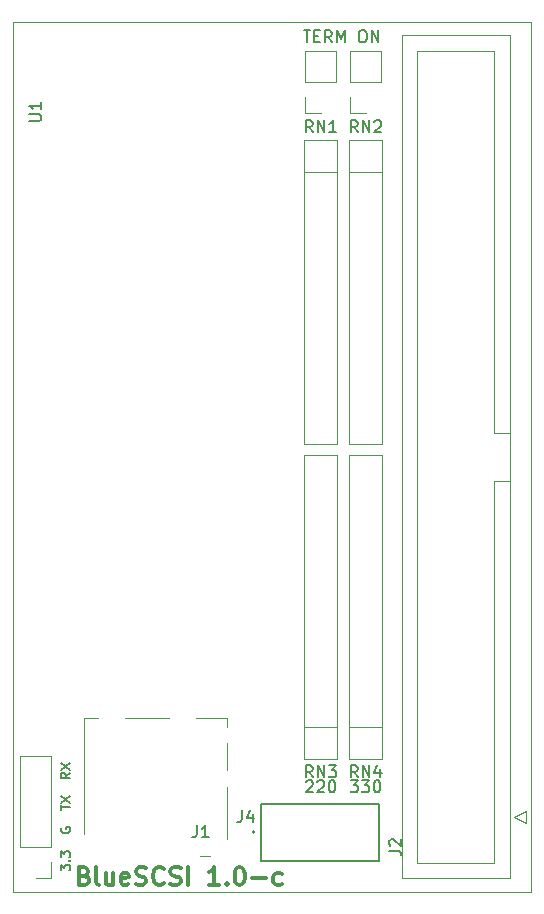
<source format=gbr>
%TF.GenerationSoftware,KiCad,Pcbnew,(5.1.6-0-10_14)*%
%TF.CreationDate,2021-03-30T09:56:54-05:00*%
%TF.ProjectId,bluepill_scsi,626c7565-7069-46c6-9c5f-736373692e6b,rev?*%
%TF.SameCoordinates,Original*%
%TF.FileFunction,Legend,Top*%
%TF.FilePolarity,Positive*%
%FSLAX46Y46*%
G04 Gerber Fmt 4.6, Leading zero omitted, Abs format (unit mm)*
G04 Created by KiCad (PCBNEW (5.1.6-0-10_14)) date 2021-03-30 09:56:54*
%MOMM*%
%LPD*%
G01*
G04 APERTURE LIST*
%TA.AperFunction,Profile*%
%ADD10C,0.050000*%
%TD*%
%ADD11C,0.150000*%
%ADD12C,0.300000*%
%ADD13C,0.120000*%
%ADD14C,0.127000*%
%ADD15C,0.200000*%
G04 APERTURE END LIST*
D10*
X71755000Y-149225000D02*
X71120000Y-149225000D01*
X71120000Y-147955000D02*
X71120000Y-149225000D01*
X114935000Y-149225000D02*
X71755000Y-149225000D01*
X114935000Y-147955000D02*
X114935000Y-149225000D01*
D11*
X75126904Y-147408333D02*
X75126904Y-146913095D01*
X75431666Y-147179761D01*
X75431666Y-147065476D01*
X75469761Y-146989285D01*
X75507857Y-146951190D01*
X75584047Y-146913095D01*
X75774523Y-146913095D01*
X75850714Y-146951190D01*
X75888809Y-146989285D01*
X75926904Y-147065476D01*
X75926904Y-147294047D01*
X75888809Y-147370238D01*
X75850714Y-147408333D01*
X75850714Y-146570238D02*
X75888809Y-146532142D01*
X75926904Y-146570238D01*
X75888809Y-146608333D01*
X75850714Y-146570238D01*
X75926904Y-146570238D01*
X75126904Y-146265476D02*
X75126904Y-145770238D01*
X75431666Y-146036904D01*
X75431666Y-145922619D01*
X75469761Y-145846428D01*
X75507857Y-145808333D01*
X75584047Y-145770238D01*
X75774523Y-145770238D01*
X75850714Y-145808333D01*
X75888809Y-145846428D01*
X75926904Y-145922619D01*
X75926904Y-146151190D01*
X75888809Y-146227380D01*
X75850714Y-146265476D01*
X75165000Y-143789285D02*
X75126904Y-143865476D01*
X75126904Y-143979761D01*
X75165000Y-144094047D01*
X75241190Y-144170238D01*
X75317380Y-144208333D01*
X75469761Y-144246428D01*
X75584047Y-144246428D01*
X75736428Y-144208333D01*
X75812619Y-144170238D01*
X75888809Y-144094047D01*
X75926904Y-143979761D01*
X75926904Y-143903571D01*
X75888809Y-143789285D01*
X75850714Y-143751190D01*
X75584047Y-143751190D01*
X75584047Y-143903571D01*
X75126904Y-142303571D02*
X75126904Y-141846428D01*
X75926904Y-142075000D02*
X75126904Y-142075000D01*
X75126904Y-141655952D02*
X75926904Y-141122619D01*
X75126904Y-141122619D02*
X75926904Y-141655952D01*
X75926904Y-139141666D02*
X75545952Y-139408333D01*
X75926904Y-139598809D02*
X75126904Y-139598809D01*
X75126904Y-139294047D01*
X75165000Y-139217857D01*
X75203095Y-139179761D01*
X75279285Y-139141666D01*
X75393571Y-139141666D01*
X75469761Y-139179761D01*
X75507857Y-139217857D01*
X75545952Y-139294047D01*
X75545952Y-139598809D01*
X75126904Y-138875000D02*
X75926904Y-138341666D01*
X75126904Y-138341666D02*
X75926904Y-138875000D01*
X99679285Y-139787380D02*
X100298333Y-139787380D01*
X99965000Y-140168333D01*
X100107857Y-140168333D01*
X100203095Y-140215952D01*
X100250714Y-140263571D01*
X100298333Y-140358809D01*
X100298333Y-140596904D01*
X100250714Y-140692142D01*
X100203095Y-140739761D01*
X100107857Y-140787380D01*
X99822142Y-140787380D01*
X99726904Y-140739761D01*
X99679285Y-140692142D01*
X100631666Y-139787380D02*
X101250714Y-139787380D01*
X100917380Y-140168333D01*
X101060238Y-140168333D01*
X101155476Y-140215952D01*
X101203095Y-140263571D01*
X101250714Y-140358809D01*
X101250714Y-140596904D01*
X101203095Y-140692142D01*
X101155476Y-140739761D01*
X101060238Y-140787380D01*
X100774523Y-140787380D01*
X100679285Y-140739761D01*
X100631666Y-140692142D01*
X101869761Y-139787380D02*
X101965000Y-139787380D01*
X102060238Y-139835000D01*
X102107857Y-139882619D01*
X102155476Y-139977857D01*
X102203095Y-140168333D01*
X102203095Y-140406428D01*
X102155476Y-140596904D01*
X102107857Y-140692142D01*
X102060238Y-140739761D01*
X101965000Y-140787380D01*
X101869761Y-140787380D01*
X101774523Y-140739761D01*
X101726904Y-140692142D01*
X101679285Y-140596904D01*
X101631666Y-140406428D01*
X101631666Y-140168333D01*
X101679285Y-139977857D01*
X101726904Y-139882619D01*
X101774523Y-139835000D01*
X101869761Y-139787380D01*
X95916904Y-139882619D02*
X95964523Y-139835000D01*
X96059761Y-139787380D01*
X96297857Y-139787380D01*
X96393095Y-139835000D01*
X96440714Y-139882619D01*
X96488333Y-139977857D01*
X96488333Y-140073095D01*
X96440714Y-140215952D01*
X95869285Y-140787380D01*
X96488333Y-140787380D01*
X96869285Y-139882619D02*
X96916904Y-139835000D01*
X97012142Y-139787380D01*
X97250238Y-139787380D01*
X97345476Y-139835000D01*
X97393095Y-139882619D01*
X97440714Y-139977857D01*
X97440714Y-140073095D01*
X97393095Y-140215952D01*
X96821666Y-140787380D01*
X97440714Y-140787380D01*
X98059761Y-139787380D02*
X98155000Y-139787380D01*
X98250238Y-139835000D01*
X98297857Y-139882619D01*
X98345476Y-139977857D01*
X98393095Y-140168333D01*
X98393095Y-140406428D01*
X98345476Y-140596904D01*
X98297857Y-140692142D01*
X98250238Y-140739761D01*
X98155000Y-140787380D01*
X98059761Y-140787380D01*
X97964523Y-140739761D01*
X97916904Y-140692142D01*
X97869285Y-140596904D01*
X97821666Y-140406428D01*
X97821666Y-140168333D01*
X97869285Y-139977857D01*
X97916904Y-139882619D01*
X97964523Y-139835000D01*
X98059761Y-139787380D01*
X95694904Y-76287380D02*
X96266333Y-76287380D01*
X95980619Y-77287380D02*
X95980619Y-76287380D01*
X96599666Y-76763571D02*
X96933000Y-76763571D01*
X97075857Y-77287380D02*
X96599666Y-77287380D01*
X96599666Y-76287380D01*
X97075857Y-76287380D01*
X98075857Y-77287380D02*
X97742523Y-76811190D01*
X97504428Y-77287380D02*
X97504428Y-76287380D01*
X97885380Y-76287380D01*
X97980619Y-76335000D01*
X98028238Y-76382619D01*
X98075857Y-76477857D01*
X98075857Y-76620714D01*
X98028238Y-76715952D01*
X97980619Y-76763571D01*
X97885380Y-76811190D01*
X97504428Y-76811190D01*
X98504428Y-77287380D02*
X98504428Y-76287380D01*
X98837761Y-77001666D01*
X99171095Y-76287380D01*
X99171095Y-77287380D01*
X100599666Y-76287380D02*
X100790142Y-76287380D01*
X100885380Y-76335000D01*
X100980619Y-76430238D01*
X101028238Y-76620714D01*
X101028238Y-76954047D01*
X100980619Y-77144523D01*
X100885380Y-77239761D01*
X100790142Y-77287380D01*
X100599666Y-77287380D01*
X100504428Y-77239761D01*
X100409190Y-77144523D01*
X100361571Y-76954047D01*
X100361571Y-76620714D01*
X100409190Y-76430238D01*
X100504428Y-76335000D01*
X100599666Y-76287380D01*
X101456809Y-77287380D02*
X101456809Y-76287380D01*
X102028238Y-77287380D01*
X102028238Y-76287380D01*
D10*
X114935000Y-75565000D02*
X71120000Y-75565000D01*
X114935000Y-147955000D02*
X114935000Y-75565000D01*
X71120000Y-147955000D02*
X71120000Y-75565000D01*
D12*
X77145571Y-147847857D02*
X77359857Y-147919285D01*
X77431285Y-147990714D01*
X77502714Y-148133571D01*
X77502714Y-148347857D01*
X77431285Y-148490714D01*
X77359857Y-148562142D01*
X77217000Y-148633571D01*
X76645571Y-148633571D01*
X76645571Y-147133571D01*
X77145571Y-147133571D01*
X77288428Y-147205000D01*
X77359857Y-147276428D01*
X77431285Y-147419285D01*
X77431285Y-147562142D01*
X77359857Y-147705000D01*
X77288428Y-147776428D01*
X77145571Y-147847857D01*
X76645571Y-147847857D01*
X78359857Y-148633571D02*
X78217000Y-148562142D01*
X78145571Y-148419285D01*
X78145571Y-147133571D01*
X79574142Y-147633571D02*
X79574142Y-148633571D01*
X78931285Y-147633571D02*
X78931285Y-148419285D01*
X79002714Y-148562142D01*
X79145571Y-148633571D01*
X79359857Y-148633571D01*
X79502714Y-148562142D01*
X79574142Y-148490714D01*
X80859857Y-148562142D02*
X80717000Y-148633571D01*
X80431285Y-148633571D01*
X80288428Y-148562142D01*
X80217000Y-148419285D01*
X80217000Y-147847857D01*
X80288428Y-147705000D01*
X80431285Y-147633571D01*
X80717000Y-147633571D01*
X80859857Y-147705000D01*
X80931285Y-147847857D01*
X80931285Y-147990714D01*
X80217000Y-148133571D01*
X81502714Y-148562142D02*
X81717000Y-148633571D01*
X82074142Y-148633571D01*
X82217000Y-148562142D01*
X82288428Y-148490714D01*
X82359857Y-148347857D01*
X82359857Y-148205000D01*
X82288428Y-148062142D01*
X82217000Y-147990714D01*
X82074142Y-147919285D01*
X81788428Y-147847857D01*
X81645571Y-147776428D01*
X81574142Y-147705000D01*
X81502714Y-147562142D01*
X81502714Y-147419285D01*
X81574142Y-147276428D01*
X81645571Y-147205000D01*
X81788428Y-147133571D01*
X82145571Y-147133571D01*
X82359857Y-147205000D01*
X83859857Y-148490714D02*
X83788428Y-148562142D01*
X83574142Y-148633571D01*
X83431285Y-148633571D01*
X83217000Y-148562142D01*
X83074142Y-148419285D01*
X83002714Y-148276428D01*
X82931285Y-147990714D01*
X82931285Y-147776428D01*
X83002714Y-147490714D01*
X83074142Y-147347857D01*
X83217000Y-147205000D01*
X83431285Y-147133571D01*
X83574142Y-147133571D01*
X83788428Y-147205000D01*
X83859857Y-147276428D01*
X84431285Y-148562142D02*
X84645571Y-148633571D01*
X85002714Y-148633571D01*
X85145571Y-148562142D01*
X85217000Y-148490714D01*
X85288428Y-148347857D01*
X85288428Y-148205000D01*
X85217000Y-148062142D01*
X85145571Y-147990714D01*
X85002714Y-147919285D01*
X84717000Y-147847857D01*
X84574142Y-147776428D01*
X84502714Y-147705000D01*
X84431285Y-147562142D01*
X84431285Y-147419285D01*
X84502714Y-147276428D01*
X84574142Y-147205000D01*
X84717000Y-147133571D01*
X85074142Y-147133571D01*
X85288428Y-147205000D01*
X85931285Y-148633571D02*
X85931285Y-147133571D01*
X88574142Y-148633571D02*
X87717000Y-148633571D01*
X88145571Y-148633571D02*
X88145571Y-147133571D01*
X88002714Y-147347857D01*
X87859857Y-147490714D01*
X87717000Y-147562142D01*
X89217000Y-148490714D02*
X89288428Y-148562142D01*
X89217000Y-148633571D01*
X89145571Y-148562142D01*
X89217000Y-148490714D01*
X89217000Y-148633571D01*
X90217000Y-147133571D02*
X90359857Y-147133571D01*
X90502714Y-147205000D01*
X90574142Y-147276428D01*
X90645571Y-147419285D01*
X90717000Y-147705000D01*
X90717000Y-148062142D01*
X90645571Y-148347857D01*
X90574142Y-148490714D01*
X90502714Y-148562142D01*
X90359857Y-148633571D01*
X90217000Y-148633571D01*
X90074142Y-148562142D01*
X90002714Y-148490714D01*
X89931285Y-148347857D01*
X89859857Y-148062142D01*
X89859857Y-147705000D01*
X89931285Y-147419285D01*
X90002714Y-147276428D01*
X90074142Y-147205000D01*
X90217000Y-147133571D01*
X91359857Y-148062142D02*
X92502714Y-148062142D01*
X93859857Y-148562142D02*
X93717000Y-148633571D01*
X93431285Y-148633571D01*
X93288428Y-148562142D01*
X93217000Y-148490714D01*
X93145571Y-148347857D01*
X93145571Y-147919285D01*
X93217000Y-147776428D01*
X93288428Y-147705000D01*
X93431285Y-147633571D01*
X93717000Y-147633571D01*
X93859857Y-147705000D01*
D13*
%TO.C,J2*%
X114535000Y-142375000D02*
X113535000Y-142875000D01*
X114535000Y-143375000D02*
X114535000Y-142375000D01*
X113535000Y-142875000D02*
X114535000Y-143375000D01*
X111835000Y-110345000D02*
X113145000Y-110345000D01*
X111835000Y-110345000D02*
X111835000Y-110345000D01*
X111835000Y-78005000D02*
X111835000Y-110345000D01*
X105335000Y-78005000D02*
X111835000Y-78005000D01*
X105335000Y-146785000D02*
X105335000Y-78005000D01*
X111835000Y-146785000D02*
X105335000Y-146785000D01*
X111835000Y-114445000D02*
X111835000Y-146785000D01*
X113145000Y-114445000D02*
X111835000Y-114445000D01*
X113145000Y-76705000D02*
X113145000Y-148085000D01*
X104025000Y-76705000D02*
X113145000Y-76705000D01*
X104025000Y-148085000D02*
X104025000Y-76705000D01*
X113145000Y-148085000D02*
X104025000Y-148085000D01*
%TO.C,J1*%
X89255000Y-144785000D02*
X89255000Y-140335000D01*
X89255000Y-138935000D02*
X89255000Y-136635000D01*
X89255000Y-135235000D02*
X89255000Y-134515000D01*
X89255000Y-134515000D02*
X86575000Y-134515000D01*
X84275000Y-134515000D02*
X80605000Y-134515000D01*
X78305000Y-134515000D02*
X77075000Y-134515000D01*
X77075000Y-134515000D02*
X77075000Y-144335000D01*
X87775000Y-146155000D02*
X86915000Y-146155000D01*
%TO.C,JP1*%
X102295000Y-80645000D02*
X99635000Y-80645000D01*
X102295000Y-80645000D02*
X102295000Y-78045000D01*
X102295000Y-78045000D02*
X99635000Y-78045000D01*
X99635000Y-80645000D02*
X99635000Y-78045000D01*
X99635000Y-83245000D02*
X99635000Y-81915000D01*
X100965000Y-83245000D02*
X99635000Y-83245000D01*
%TO.C,JP2*%
X97155000Y-83245000D02*
X95825000Y-83245000D01*
X95825000Y-83245000D02*
X95825000Y-81915000D01*
X95825000Y-80645000D02*
X95825000Y-78045000D01*
X98485000Y-78045000D02*
X95825000Y-78045000D01*
X98485000Y-80645000D02*
X98485000Y-78045000D01*
X98485000Y-80645000D02*
X95825000Y-80645000D01*
%TO.C,RN1*%
X98555000Y-88265000D02*
X95755000Y-88265000D01*
X98555000Y-111295000D02*
X98555000Y-85555000D01*
X95755000Y-111295000D02*
X98555000Y-111295000D01*
X95755000Y-85555000D02*
X95755000Y-111295000D01*
X98555000Y-85555000D02*
X95755000Y-85555000D01*
%TO.C,RN2*%
X102365000Y-88265000D02*
X99565000Y-88265000D01*
X102365000Y-111295000D02*
X102365000Y-85555000D01*
X99565000Y-111295000D02*
X102365000Y-111295000D01*
X99565000Y-85555000D02*
X99565000Y-111295000D01*
X102365000Y-85555000D02*
X99565000Y-85555000D01*
%TO.C,RN3*%
X95755000Y-137965000D02*
X98555000Y-137965000D01*
X98555000Y-137965000D02*
X98555000Y-112225000D01*
X98555000Y-112225000D02*
X95755000Y-112225000D01*
X95755000Y-112225000D02*
X95755000Y-137965000D01*
X95755000Y-135255000D02*
X98555000Y-135255000D01*
%TO.C,RN4*%
X99565000Y-137965000D02*
X102365000Y-137965000D01*
X102365000Y-137965000D02*
X102365000Y-112225000D01*
X102365000Y-112225000D02*
X99565000Y-112225000D01*
X99565000Y-112225000D02*
X99565000Y-137965000D01*
X99565000Y-135255000D02*
X102365000Y-135255000D01*
%TO.C,J3*%
X74355000Y-137735000D02*
X71695000Y-137735000D01*
X74355000Y-145415000D02*
X74355000Y-137735000D01*
X71695000Y-145415000D02*
X71695000Y-137735000D01*
X74355000Y-145415000D02*
X71695000Y-145415000D01*
X74355000Y-146685000D02*
X74355000Y-148015000D01*
X74355000Y-148015000D02*
X73025000Y-148015000D01*
D14*
%TO.C,J4*%
X92095000Y-146645000D02*
X92095000Y-141745000D01*
X102095000Y-141745000D02*
X102095000Y-146645000D01*
X102095000Y-141745000D02*
X92095000Y-141745000D01*
X102095000Y-146645000D02*
X92095000Y-146645000D01*
D15*
X91545000Y-144145000D02*
G75*
G03*
X91545000Y-144145000I-100000J0D01*
G01*
%TD*%
%TO.C,U1*%
D11*
X72477380Y-83946904D02*
X73286904Y-83946904D01*
X73382142Y-83899285D01*
X73429761Y-83851666D01*
X73477380Y-83756428D01*
X73477380Y-83565952D01*
X73429761Y-83470714D01*
X73382142Y-83423095D01*
X73286904Y-83375476D01*
X72477380Y-83375476D01*
X73477380Y-82375476D02*
X73477380Y-82946904D01*
X73477380Y-82661190D02*
X72477380Y-82661190D01*
X72620238Y-82756428D01*
X72715476Y-82851666D01*
X72763095Y-82946904D01*
%TO.C,J2*%
X102957380Y-145748333D02*
X103671666Y-145748333D01*
X103814523Y-145795952D01*
X103909761Y-145891190D01*
X103957380Y-146034047D01*
X103957380Y-146129285D01*
X103052619Y-145319761D02*
X103005000Y-145272142D01*
X102957380Y-145176904D01*
X102957380Y-144938809D01*
X103005000Y-144843571D01*
X103052619Y-144795952D01*
X103147857Y-144748333D01*
X103243095Y-144748333D01*
X103385952Y-144795952D01*
X103957380Y-145367380D01*
X103957380Y-144748333D01*
%TO.C,J1*%
X86661666Y-143597380D02*
X86661666Y-144311666D01*
X86614047Y-144454523D01*
X86518809Y-144549761D01*
X86375952Y-144597380D01*
X86280714Y-144597380D01*
X87661666Y-144597380D02*
X87090238Y-144597380D01*
X87375952Y-144597380D02*
X87375952Y-143597380D01*
X87280714Y-143740238D01*
X87185476Y-143835476D01*
X87090238Y-143883095D01*
%TO.C,RN1*%
X96464523Y-84907380D02*
X96131190Y-84431190D01*
X95893095Y-84907380D02*
X95893095Y-83907380D01*
X96274047Y-83907380D01*
X96369285Y-83955000D01*
X96416904Y-84002619D01*
X96464523Y-84097857D01*
X96464523Y-84240714D01*
X96416904Y-84335952D01*
X96369285Y-84383571D01*
X96274047Y-84431190D01*
X95893095Y-84431190D01*
X96893095Y-84907380D02*
X96893095Y-83907380D01*
X97464523Y-84907380D01*
X97464523Y-83907380D01*
X98464523Y-84907380D02*
X97893095Y-84907380D01*
X98178809Y-84907380D02*
X98178809Y-83907380D01*
X98083571Y-84050238D01*
X97988333Y-84145476D01*
X97893095Y-84193095D01*
%TO.C,RN2*%
X100274523Y-84907380D02*
X99941190Y-84431190D01*
X99703095Y-84907380D02*
X99703095Y-83907380D01*
X100084047Y-83907380D01*
X100179285Y-83955000D01*
X100226904Y-84002619D01*
X100274523Y-84097857D01*
X100274523Y-84240714D01*
X100226904Y-84335952D01*
X100179285Y-84383571D01*
X100084047Y-84431190D01*
X99703095Y-84431190D01*
X100703095Y-84907380D02*
X100703095Y-83907380D01*
X101274523Y-84907380D01*
X101274523Y-83907380D01*
X101703095Y-84002619D02*
X101750714Y-83955000D01*
X101845952Y-83907380D01*
X102084047Y-83907380D01*
X102179285Y-83955000D01*
X102226904Y-84002619D01*
X102274523Y-84097857D01*
X102274523Y-84193095D01*
X102226904Y-84335952D01*
X101655476Y-84907380D01*
X102274523Y-84907380D01*
%TO.C,RN3*%
X96464523Y-139517380D02*
X96131190Y-139041190D01*
X95893095Y-139517380D02*
X95893095Y-138517380D01*
X96274047Y-138517380D01*
X96369285Y-138565000D01*
X96416904Y-138612619D01*
X96464523Y-138707857D01*
X96464523Y-138850714D01*
X96416904Y-138945952D01*
X96369285Y-138993571D01*
X96274047Y-139041190D01*
X95893095Y-139041190D01*
X96893095Y-139517380D02*
X96893095Y-138517380D01*
X97464523Y-139517380D01*
X97464523Y-138517380D01*
X97845476Y-138517380D02*
X98464523Y-138517380D01*
X98131190Y-138898333D01*
X98274047Y-138898333D01*
X98369285Y-138945952D01*
X98416904Y-138993571D01*
X98464523Y-139088809D01*
X98464523Y-139326904D01*
X98416904Y-139422142D01*
X98369285Y-139469761D01*
X98274047Y-139517380D01*
X97988333Y-139517380D01*
X97893095Y-139469761D01*
X97845476Y-139422142D01*
%TO.C,RN4*%
X100274523Y-139517380D02*
X99941190Y-139041190D01*
X99703095Y-139517380D02*
X99703095Y-138517380D01*
X100084047Y-138517380D01*
X100179285Y-138565000D01*
X100226904Y-138612619D01*
X100274523Y-138707857D01*
X100274523Y-138850714D01*
X100226904Y-138945952D01*
X100179285Y-138993571D01*
X100084047Y-139041190D01*
X99703095Y-139041190D01*
X100703095Y-139517380D02*
X100703095Y-138517380D01*
X101274523Y-139517380D01*
X101274523Y-138517380D01*
X102179285Y-138850714D02*
X102179285Y-139517380D01*
X101941190Y-138469761D02*
X101703095Y-139184047D01*
X102322142Y-139184047D01*
%TO.C,J4*%
X90471666Y-142327380D02*
X90471666Y-143041666D01*
X90424047Y-143184523D01*
X90328809Y-143279761D01*
X90185952Y-143327380D01*
X90090714Y-143327380D01*
X91376428Y-142660714D02*
X91376428Y-143327380D01*
X91138333Y-142279761D02*
X90900238Y-142994047D01*
X91519285Y-142994047D01*
%TD*%
M02*

</source>
